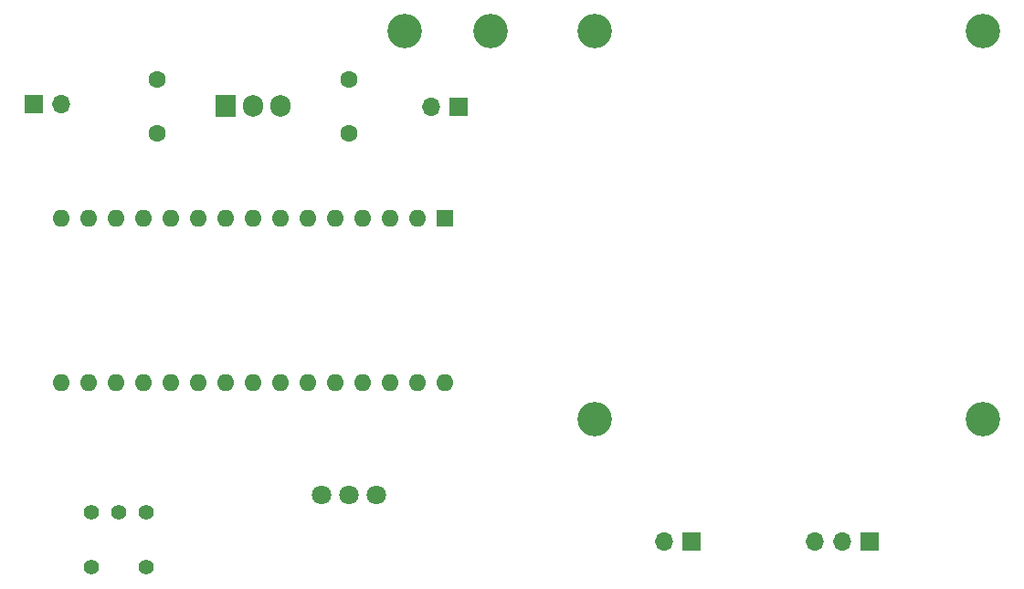
<source format=gbr>
%TF.GenerationSoftware,KiCad,Pcbnew,(6.0.11)*%
%TF.CreationDate,2023-01-29T20:34:14-05:00*%
%TF.ProjectId,Coil_Winder,436f696c-5f57-4696-9e64-65722e6b6963,rev?*%
%TF.SameCoordinates,Original*%
%TF.FileFunction,Soldermask,Top*%
%TF.FilePolarity,Negative*%
%FSLAX46Y46*%
G04 Gerber Fmt 4.6, Leading zero omitted, Abs format (unit mm)*
G04 Created by KiCad (PCBNEW (6.0.11)) date 2023-01-29 20:34:14*
%MOMM*%
%LPD*%
G01*
G04 APERTURE LIST*
%ADD10C,3.200000*%
%ADD11R,1.700000X1.700000*%
%ADD12O,1.700000X1.700000*%
%ADD13R,1.905000X2.000000*%
%ADD14O,1.905000X2.000000*%
%ADD15C,1.408000*%
%ADD16R,1.600000X1.600000*%
%ADD17O,1.600000X1.600000*%
%ADD18C,1.800000*%
%ADD19C,1.600000*%
G04 APERTURE END LIST*
D10*
%TO.C,REF\u002A\u002A*%
X97000000Y-69000000D03*
%TD*%
%TO.C,REF\u002A\u002A*%
X89000000Y-69000000D03*
%TD*%
%TO.C,REF\u002A\u002A*%
X106600000Y-69000000D03*
%TD*%
%TO.C,REF\u002A\u002A*%
X142600000Y-69000000D03*
%TD*%
%TO.C,REF\u002A\u002A*%
X142600000Y-105000000D03*
%TD*%
%TO.C,REF\u002A\u002A*%
X106600000Y-105000000D03*
%TD*%
D11*
%TO.C,J3*%
X132080000Y-116380000D03*
D12*
X129540000Y-116380000D03*
X127000000Y-116380000D03*
%TD*%
D11*
%TO.C,J2*%
X115575000Y-116380000D03*
D12*
X113035000Y-116380000D03*
%TD*%
D11*
%TO.C,J1*%
X54605000Y-75780000D03*
D12*
X57145000Y-75780000D03*
%TD*%
D13*
%TO.C,U1*%
X72390000Y-75960000D03*
D14*
X74930000Y-75960000D03*
X77470000Y-75960000D03*
%TD*%
D15*
%TO.C,SW1*%
X65000000Y-118740000D03*
X59920000Y-118740000D03*
X65000000Y-113660000D03*
X62460000Y-113660000D03*
X59920000Y-113660000D03*
%TD*%
D16*
%TO.C,U2*%
X92710000Y-86370000D03*
D17*
X90170000Y-86370000D03*
X87630000Y-86370000D03*
X85090000Y-86370000D03*
X82550000Y-86370000D03*
X80010000Y-86370000D03*
X77470000Y-86370000D03*
X74930000Y-86370000D03*
X72390000Y-86370000D03*
X69850000Y-86370000D03*
X67310000Y-86370000D03*
X64770000Y-86370000D03*
X62230000Y-86370000D03*
X59690000Y-86370000D03*
X57150000Y-86370000D03*
X57150000Y-101610000D03*
X59690000Y-101610000D03*
X62230000Y-101610000D03*
X64770000Y-101610000D03*
X67310000Y-101610000D03*
X69850000Y-101610000D03*
X72390000Y-101610000D03*
X74930000Y-101610000D03*
X77470000Y-101610000D03*
X80010000Y-101610000D03*
X82550000Y-101610000D03*
X85090000Y-101610000D03*
X87630000Y-101610000D03*
X90170000Y-101610000D03*
X92710000Y-101610000D03*
%TD*%
D11*
%TO.C,SW2*%
X93980000Y-76010000D03*
D12*
X91440000Y-76010000D03*
%TD*%
D18*
%TO.C,RV1*%
X81325000Y-112000000D03*
X83865000Y-112000000D03*
X86405000Y-112000000D03*
%TD*%
D19*
%TO.C,C2*%
X83820000Y-73470000D03*
X83820000Y-78470000D03*
%TD*%
%TO.C,C1*%
X66040000Y-73470000D03*
X66040000Y-78470000D03*
%TD*%
M02*

</source>
